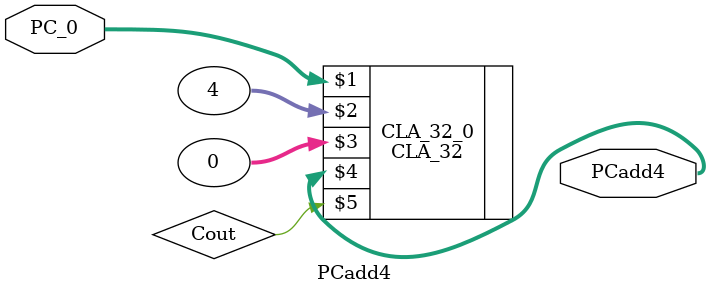
<source format=v>
`timescale 1ns / 1ps

module PCadd4(PC_0,PCadd4);
    input [31:0] PC_0;//Ô­Ö¸ÁîµØÖ·
    output [31:0] PCadd4;//ÐÂÖ¸ÁîµØÖ·
    CLA_32 CLA_32_0(PC_0,4,0, PCadd4, Cout);//+4Ö®ºóµÄµØÖ·
endmodule

</source>
